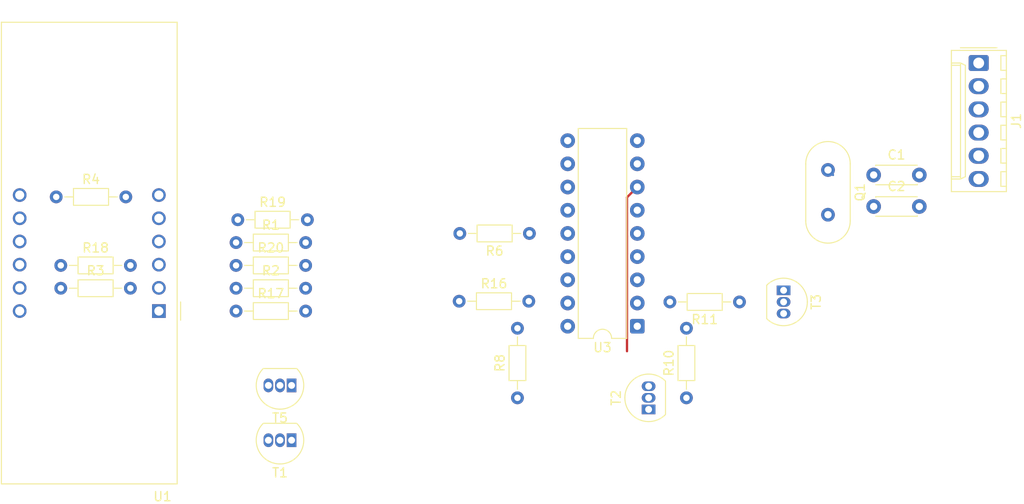
<source format=kicad_pcb>
(kicad_pcb (version 20241229) (generator "pcbnew") (generator_version "9.0")
  (layers (0 "F.Cu" signal) (2 "B.Cu" signal) (13 "F.Paste" user) (15 "B.Paste" user) (5 "F.SilkS" user "F.Silkscreen") (7 "B.SilkS" user "B.Silkscreen") (1 "F.Mask" user) (3 "B.Mask" user) (25 "Edge.Cuts" user))
  (net 0 "")
  (net 1 "Net-(U1-DPX)")
  (net 2 "Net-(T2-C)")
  (net 3 "Net-(U1-a)")
  (net 4 "Net-(T3-C)")
  (net 5 "Net-(U1-g)")
  (net 6 "Net-(U1-c)")
  (net 7 "Net-(U1-b)")
  (net 8 "Net-(U1-d)")
  (net 9 "Net-(U1-f)")
  (net 10 "Net-(T5-C)")
  (net 11 "Net-(T1-C)")
  (net 12 "Net-(U1-e)")
  (net 13 "Net-(U3-RA1)")
  (net 14 "Net-(U3-RB7)")
  (net 15 "Net-(U3-INT{slash}RB0)")
  (net 16 "Net-(U3-RB2)")
  (net 17 "Net-(U3-RA2)")
  (net 18 "Net-(U3-RB4)")
  (net 19 "Net-(U3-RB3)")
  (net 20 "Net-(U3-RA3)")
  (net 21 "GND")
  (net 22 "Net-(U3-OSC1{slash}CLKIN)")
  (net 23 "Net-(U3-RB5)")
  (net 24 "Net-(U3-~{MCLR})")
  (net 25 "VDD")
  (net 26 "Net-(U3-OSC2{slash}CLKOUT)")
  (net 27 "Net-(U3-RA0)")
  (net 28 "Net-(U3-RB6)")
  (net 29 "Net-(U3-RB1)")
  (net 32 "+5V")
  (net 33 "Net-(T1-B)")
  (net 34 "Net-(T2-B)")
  (net 35 "Net-(T3-B)")
  (net 36 "Net-(T5-B)")
  (footprint "Resistor_THT:R_Axial_DIN0204_L3.6mm_D1.6mm_P7.62mm_Horizontal" (layer "F.Cu") (at 133.69 69.5)
    (property "Reference" "R17" (at 3.81 -1.92 0) (layer "F.SilkS"))
    (property "Value" "330")
    (fp_line (start 0.94 0) (end 1.89 0) (stroke (width 0.12)) (layer "F.SilkS"))
    (fp_line (start 6.68 0) (end 5.73 0) (stroke (width 0.12)) (layer "F.SilkS"))
    (fp_rect (start 1.89 -0.92) (end 5.73 0.92) (stroke (width 0.12)) (fill no) (layer "F.SilkS"))
    (pad "1" thru_hole circle (at 0 0) (size 1.4 1.4) (drill 0.7) (layers "*.Cu" "*.Mask") (net 12 "Net-(U1-e)"))
    (pad "2" thru_hole circle (at 7.62 0) (size 1.4 1.4) (drill 0.7) (layers "*.Cu" "*.Mask") (net 18 "Net-(U3-RB4)"))
  )
  (footprint "Resistor_THT:R_Axial_DIN0204_L3.6mm_D1.6mm_P7.62mm_Horizontal" (layer "F.Cu") (at 114.5 64.5)
    (property "Reference" "R18" (at 3.81 -1.92 0) (layer "F.SilkS"))
    (property "Value" "330")
    (fp_line (start 0.94 0) (end 1.89 0) (stroke (width 0.12)) (layer "F.SilkS"))
    (fp_line (start 6.68 0) (end 5.73 0) (stroke (width 0.12)) (layer "F.SilkS"))
    (fp_rect (start 1.89 -0.92) (end 5.73 0.92) (stroke (width 0.12)) (fill no) (layer "F.SilkS"))
    (pad "1" thru_hole circle (at 0 0) (size 1.4 1.4) (drill 0.7) (layers "*.Cu" "*.Mask") (net 9 "Net-(U1-f)"))
    (pad "2" thru_hole circle (at 7.62 0) (size 1.4 1.4) (drill 0.7) (layers "*.Cu" "*.Mask") (net 23 "Net-(U3-RB5)"))
  )
  (footprint "Resistor_THT:R_Axial_DIN0204_L3.6mm_D1.6mm_P7.62mm_Horizontal" (layer "F.Cu") (at 133.69 64.5)
    (property "Reference" "R20" (at 3.81 -1.92 0) (layer "F.SilkS"))
    (property "Value" "330")
    (fp_line (start 0.94 0) (end 1.89 0) (stroke (width 0.12)) (layer "F.SilkS"))
    (fp_line (start 6.68 0) (end 5.73 0) (stroke (width 0.12)) (layer "F.SilkS"))
    (fp_rect (start 1.89 -0.92) (end 5.73 0.92) (stroke (width 0.12)) (fill no) (layer "F.SilkS"))
    (pad "1" thru_hole circle (at 0 0) (size 1.4 1.4) (drill 0.7) (layers "*.Cu" "*.Mask") (net 1 "Net-(U1-DPX)"))
    (pad "2" thru_hole circle (at 7.62 0) (size 1.4 1.4) (drill 0.7) (layers "*.Cu" "*.Mask") (net 14 "Net-(U3-RB7)"))
  )
  (footprint "Resistor_THT:R_Axial_DIN0204_L3.6mm_D1.6mm_P7.62mm_Horizontal" (layer "F.Cu") (at 133.88 59.5)
    (property "Reference" "R19" (at 3.81 -1.92 0) (layer "F.SilkS"))
    (property "Value" "330")
    (fp_line (start 0.94 0) (end 1.89 0) (stroke (width 0.12)) (layer "F.SilkS"))
    (fp_line (start 6.68 0) (end 5.73 0) (stroke (width 0.12)) (layer "F.SilkS"))
    (fp_rect (start 1.89 -0.92) (end 5.73 0.92) (stroke (width 0.12)) (fill no) (layer "F.SilkS"))
    (pad "1" thru_hole circle (at 0 0) (size 1.4 1.4) (drill 0.7) (layers "*.Cu" "*.Mask") (net 5 "Net-(U1-g)"))
    (pad "2" thru_hole circle (at 7.62 0) (size 1.4 1.4) (drill 0.7) (layers "*.Cu" "*.Mask") (net 28 "Net-(U3-RB6)"))
  )
  (footprint "Resistor_THT:R_Axial_DIN0204_L3.6mm_D1.6mm_P7.62mm_Horizontal" (layer "F.Cu") (at 114 57)
    (property "Reference" "R4" (at 3.81 -1.92 0) (layer "F.SilkS"))
    (property "Value" "330")
    (fp_line (start 0.94 0) (end 1.89 0) (stroke (width 0.12)) (layer "F.SilkS"))
    (fp_line (start 6.68 0) (end 5.73 0) (stroke (width 0.12)) (layer "F.SilkS"))
    (fp_rect (start 1.89 -0.92) (end 5.73 0.92) (stroke (width 0.12)) (fill no) (layer "F.SilkS"))
    (pad "1" thru_hole circle (at 0 0) (size 1.4 1.4) (drill 0.7) (layers "*.Cu" "*.Mask") (net 7 "Net-(U1-b)"))
    (pad "2" thru_hole circle (at 7.62 0) (size 1.4 1.4) (drill 0.7) (layers "*.Cu" "*.Mask") (net 29 "Net-(U3-RB1)"))
  )
  (footprint "Resistor_THT:R_Axial_DIN0204_L3.6mm_D1.6mm_P7.62mm_Horizontal" (layer "F.Cu") (at 188.81 68.5 180)
    (property "Reference" "R11" (at 3.81 -1.92 0) (layer "F.SilkS"))
    (property "Value" "1k")
    (fp_line (start 6.68 0) (end 5.73 0) (stroke (width 0.12)) (layer "F.SilkS"))
    (fp_line (start 0.94 0) (end 1.89 0) (stroke (width 0.12)) (layer "F.SilkS"))
    (fp_rect (start 1.89 -0.92) (end 5.73 0.92) (stroke (width 0.12)) (fill no) (layer "F.SilkS"))
    (pad "1" thru_hole circle (at 0 0 180) (size 1.4 1.4) (drill 0.7) (layers "*.Cu" "*.Mask") (net 35 "Net-(T3-B)"))
    (pad "2" thru_hole circle (at 7.62 0 180) (size 1.4 1.4) (drill 0.7) (layers "*.Cu" "*.Mask") (net 20 "Net-(U3-RA3)"))
  )
  (footprint "Resistor_THT:R_Axial_DIN0204_L3.6mm_D1.6mm_P7.62mm_Horizontal" (layer "F.Cu") (at 114.5 67)
    (property "Reference" "R3" (at 3.81 -1.92 0) (layer "F.SilkS"))
    (property "Value" "330")
    (fp_line (start 0.94 0) (end 1.89 0) (stroke (width 0.12)) (layer "F.SilkS"))
    (fp_line (start 6.68 0) (end 5.73 0) (stroke (width 0.12)) (layer "F.SilkS"))
    (fp_rect (start 1.89 -0.92) (end 5.73 0.92) (stroke (width 0.12)) (fill no) (layer "F.SilkS"))
    (pad "1" thru_hole circle (at 0 0) (size 1.4 1.4) (drill 0.7) (layers "*.Cu" "*.Mask") (net 3 "Net-(U1-a)"))
    (pad "2" thru_hole circle (at 7.62 0) (size 1.4 1.4) (drill 0.7) (layers "*.Cu" "*.Mask") (net 15 "Net-(U3-INT{slash}RB0)"))
  )
  (footprint "Resistor_THT:R_Axial_DIN0204_L3.6mm_D1.6mm_P7.62mm_Horizontal" (layer "F.Cu") (at 164.5 79 90)
    (property "Reference" "R8" (at 3.81 -1.92 90) (layer "F.SilkS"))
    (property "Value" "1k")
    (fp_line (start 6.68 0) (end 5.73 0) (stroke (width 0.12)) (layer "F.SilkS"))
    (fp_line (start 0.94 0) (end 1.89 0) (stroke (width 0.12)) (layer "F.SilkS"))
    (fp_rect (start 1.89 -0.92) (end 5.73 0.92) (stroke (width 0.12)) (fill no) (layer "F.SilkS"))
    (pad "1" thru_hole circle (at 0 0 90) (size 1.4 1.4) (drill 0.7) (layers "*.Cu" "*.Mask") (net 33 "Net-(T1-B)"))
    (pad "2" thru_hole circle (at 7.62 0 90) (size 1.4 1.4) (drill 0.7) (layers "*.Cu" "*.Mask") (net 13 "Net-(U3-RA1)"))
  )
  (footprint "Resistor_THT:R_Axial_DIN0204_L3.6mm_D1.6mm_P7.62mm_Horizontal" (layer "F.Cu") (at 165.81 61 180)
    (property "Reference" "R6" (at 3.81 -1.92 0) (layer "F.SilkS"))
    (property "Value" "10k")
    (fp_line (start 6.68 0) (end 5.73 0) (stroke (width 0.12)) (layer "F.SilkS"))
    (fp_line (start 0.94 0) (end 1.89 0) (stroke (width 0.12)) (layer "F.SilkS"))
    (fp_rect (start 1.89 -0.92) (end 5.73 0.92) (stroke (width 0.12)) (fill no) (layer "F.SilkS"))
    (pad "1" thru_hole circle (at 0 0 180) (size 1.4 1.4) (drill 0.7) (layers "*.Cu" "*.Mask") (net 25 "VDD"))
    (pad "2" thru_hole circle (at 7.62 0 180) (size 1.4 1.4) (drill 0.7) (layers "*.Cu" "*.Mask") (net 24 "Net-(U3-~{MCLR})"))
  )
  (footprint "Resistor_THT:R_Axial_DIN0204_L3.6mm_D1.6mm_P7.62mm_Horizontal" (layer "F.Cu") (at 133.69 62)
    (property "Reference" "R1" (at 3.81 -1.92 0) (layer "F.SilkS"))
    (property "Value" "330")
    (fp_line (start 0.94 0) (end 1.89 0) (stroke (width 0.12)) (layer "F.SilkS"))
    (fp_line (start 6.68 0) (end 5.73 0) (stroke (width 0.12)) (layer "F.SilkS"))
    (fp_rect (start 1.89 -0.92) (end 5.73 0.92) (stroke (width 0.12)) (fill no) (layer "F.SilkS"))
    (pad "1" thru_hole circle (at 0 0) (size 1.4 1.4) (drill 0.7) (layers "*.Cu" "*.Mask") (net 6 "Net-(U1-c)"))
    (pad "2" thru_hole circle (at 7.62 0) (size 1.4 1.4) (drill 0.7) (layers "*.Cu" "*.Mask") (net 16 "Net-(U3-RB2)"))
  )
  (footprint "Capacitor_THT:C_Disc_D4.3mm_W1.9mm_P5.00mm" (layer "F.Cu") (at 203.5 58.05)
    (property "Reference" "C2" (at 2.5 -2.2 0) (layer "F.SilkS"))
    (property "Value" "20p")
    (fp_line (start 0.23 -1.07) (end 4.77 -1.07) (stroke (width 0.12)) (layer "F.SilkS"))
    (fp_line (start 0.23 -1.014) (end 0.23 -1.07) (stroke (width 0.12)) (layer "F.SilkS"))
    (fp_line (start 4.77 1.014) (end 4.77 1.07) (stroke (width 0.12)) (layer "F.SilkS"))
    (fp_line (start 4.77 1.07) (end 0.23 1.07) (stroke (width 0.12)) (layer "F.SilkS"))
    (pad "1" thru_hole circle (at 0 0) (size 1.6 1.6) (drill 0.8) (layers "*.Cu" "*.Mask") (net 22 "Net-(U3-OSC1{slash}CLKIN)"))
    (pad "2" thru_hole circle (at 5 0) (size 1.6 1.6) (drill 0.8) (layers "*.Cu" "*.Mask") (net 21 "GND"))
  )
  (footprint "Connector_Molex:Molex_KK-254_AE-6410-06A_1x06_P2.54mm_Vertical" (layer "F.Cu") (at 215 42.34 -90)
    (property "Reference" "J1" (at 6.35 -4.12 90) (layer "F.SilkS"))
    (property "Value" "MTA06-156")
    (fp_line (start -1.38 2.99) (end 14.08 2.99) (stroke (width 0.12)) (layer "F.SilkS"))
    (fp_line (start 0 2.99) (end 0 1.99) (stroke (width 0.12)) (layer "F.SilkS"))
    (fp_line (start 0.25 2.99) (end 0.25 1.99) (stroke (width 0.12)) (layer "F.SilkS"))
    (fp_line (start 12.45 2.99) (end 12.45 1.99) (stroke (width 0.12)) (layer "F.SilkS"))
    (fp_line (start 14.08 2.99) (end 14.08 -3.03) (stroke (width 0.12)) (layer "F.SilkS"))
    (fp_line (start 0 1.99) (end 12.7 1.99) (stroke (width 0.12)) (layer "F.SilkS"))
    (fp_line (start 0 1.99) (end 0.25 1.46) (stroke (width 0.12)) (layer "F.SilkS"))
    (fp_line (start 12.7 1.99) (end 12.7 2.99) (stroke (width 0.12)) (layer "F.SilkS"))
    (fp_line (start 0.25 1.46) (end 12.45 1.46) (stroke (width 0.12)) (layer "F.SilkS"))
    (fp_line (start 12.45 1.46) (end 12.7 1.99) (stroke (width 0.12)) (layer "F.SilkS"))
    (fp_line (start -1.67 -2) (end -1.67 2) (stroke (width 0.12)) (layer "F.SilkS"))
    (fp_line (start -0.8 -2.43) (end 0.8 -2.43) (stroke (width 0.12)) (layer "F.SilkS"))
    (fp_line (start 0.8 -2.43) (end 0.8 -3.03) (stroke (width 0.12)) (layer "F.SilkS"))
    (fp_line (start 1.74 -2.43) (end 3.34 -2.43) (stroke (width 0.12)) (layer "F.SilkS"))
    (fp_line (start 3.34 -2.43) (end 3.34 -3.03) (stroke (width 0.12)) (layer "F.SilkS"))
    (fp_line (start 4.28 -2.43) (end 5.88 -2.43) (stroke (width 0.12)) (layer "F.SilkS"))
    (fp_line (start 5.88 -2.43) (end 5.88 -3.03) (stroke (width 0.12)) (layer "F.SilkS"))
    (fp_line (start 6.82 -2.43) (end 8.42 -2.43) (stroke (width 0.12)) (layer "F.SilkS"))
    (fp_line (start 8.42 -2.43) (end 8.42 -3.03) (stroke (width 0.12)) (layer "F.SilkS"))
    (fp_line (start 9.36 -2.43) (end 10.96 -2.43) (stroke (width 0.12)) (layer "F.SilkS"))
    (fp_line (start 10.96 -2.43) (end 10.96 -3.03) (stroke (width 0.12)) (layer "F.SilkS"))
    (fp_line (start 11.9 -2.43) (end 13.5 -2.43) (stroke (width 0.12)) (layer "F.SilkS"))
    (fp_line (start 13.5 -2.43) (end 13.5 -3.03) (stroke (width 0.12)) (layer "F.SilkS"))
    (fp_line (start -1.38 -3.03) (end -1.38 2.99) (stroke (width 0.12)) (layer "F.SilkS"))
    (fp_line (start -0.8 -3.03) (end -0.8 -2.43) (stroke (width 0.12)) (layer "F.SilkS"))
    (fp_line (start 1.74 -3.03) (end 1.74 -2.43) (stroke (width 0.12)) (layer "F.SilkS"))
    (fp_line (start 4.28 -3.03) (end 4.28 -2.43) (stroke (width 0.12)) (layer "F.SilkS"))
    (fp_line (start 6.82 -3.03) (end 6.82 -2.43) (stroke (width 0.12)) (layer "F.SilkS"))
    (fp_line (start 9.36 -3.03) (end 9.36 -2.43) (stroke (width 0.12)) (layer "F.SilkS"))
    (fp_line (start 11.9 -3.03) (end 11.9 -2.43) (stroke (width 0.12)) (layer "F.SilkS"))
    (fp_line (start 14.08 -3.03) (end -1.38 -3.03) (stroke (width 0.12)) (layer "F.SilkS"))
    (pad "1" thru_hole roundrect (at 0 0 270) (size 1.74 2.19) (drill 1.19) (layers "*.Cu" "*.Mask") (roundrect_rratio 0.143678))
    (pad "2" thru_hole oval (at 2.54 0 270) (size 1.74 2.19) (drill 1.19) (layers "*.Cu" "*.Mask") (net 28 "Net-(U3-RB6)"))
    (pad "3" thru_hole oval (at 5.08 0 270) (size 1.74 2.19) (drill 1.19) (layers "*.Cu" "*.Mask") (net 14 "Net-(U3-RB7)"))
    (pad "4" thru_hole oval (at 7.62 0 270) (size 1.74 2.19) (drill 1.19) (layers "*.Cu" "*.Mask") (net 21 "GND"))
    (pad "5" thru_hole oval (at 10.16 0 270) (size 1.74 2.19) (drill 1.19) (layers "*.Cu" "*.Mask") (net 32 "+5V"))
    (pad "6" thru_hole oval (at 12.7 0 270) (size 1.74 2.19) (drill 1.19) (layers "*.Cu" "*.Mask") (net 24 "Net-(U3-~{MCLR})"))
  )
  (footprint "Package_TO_SOT_THT:TO-92_Inline" (layer "F.Cu") (at 139.77 83.64 180)
    (property "Reference" "T1" (at 1.27 -3.56 0) (layer "F.SilkS"))
    (property "Value" "BC337")
    (fp_line (start -0.53 1.85) (end 3.07 1.85) (stroke (width 0.12)) (layer "F.SilkS"))
    (fp_arc (start 1.27 -2.6) (mid 3.672087 -0.994977) (end 3.108478 1.838478) (stroke (width 0.12)) (layer "F.SilkS"))
    (fp_arc (start -0.568478 1.838478) (mid -1.132087 -0.994977) (end 1.27 -2.6) (stroke (width 0.12)) (layer "F.SilkS"))
    (pad "1" thru_hole rect (at 0 0 180) (size 1.05 1.5) (drill 0.75) (layers "*.Cu" "*.Mask") (net 21 "GND"))
    (pad "2" thru_hole oval (at 1.27 0 180) (size 1.05 1.5) (drill 0.75) (layers "*.Cu" "*.Mask") (net 33 "Net-(T1-B)"))
    (pad "3" thru_hole oval (at 2.54 0 180) (size 1.05 1.5) (drill 0.75) (layers "*.Cu" "*.Mask") (net 11 "Net-(T1-C)"))
  )
  (footprint "Package_DIP:DIP-18_W7.62mm" (layer "F.Cu") (at 177.62 71.16 180)
    (property "Reference" "U3" (at 3.81 -2.33 0) (layer "F.SilkS"))
    (property "Value" "PIC16F84A-XXP")
    (fp_line (start 6.46 21.65) (end 6.46 -1.33) (stroke (width 0.12)) (layer "F.SilkS"))
    (fp_line (start 6.46 -1.33) (end 4.81 -1.33) (stroke (width 0.12)) (layer "F.SilkS"))
    (fp_line (start 2.81 -1.33) (end 1.16 -1.33) (stroke (width 0.12)) (layer "F.SilkS"))
    (fp_line (start 1.16 21.65) (end 6.46 21.65) (stroke (width 0.12)) (layer "F.SilkS"))
    (fp_line (start 1.16 -1.33) (end 1.16 21.65) (stroke (width 0.12)) (layer "F.SilkS"))
    (fp_arc (start 4.81 -1.33) (mid 3.81 -0.33) (end 2.81 -1.33) (stroke (width 0.12)) (layer "F.SilkS"))
    (pad "1" thru_hole roundrect (at 0 0 180) (size 1.6 1.6) (drill 0.8) (layers "*.Cu" "*.Mask") (roundrect_rratio 0.15625) (net 17 "Net-(U3-RA2)"))
    (pad "2" thru_hole circle (at 0 2.54 180) (size 1.6 1.6) (drill 0.8) (layers "*.Cu" "*.Mask") (net 20 "Net-(U3-RA3)"))
    (pad "3" thru_hole circle (at 0 5.08 180) (size 1.6 1.6) (drill 0.8) (layers "*.Cu" "*.Mask"))
    (pad "4" thru_hole circle (at 0 7.62 180) (size 1.6 1.6) (drill 0.8) (layers "*.Cu" "*.Mask") (net 24 "Net-(U3-~{MCLR})"))
    (pad "5" thru_hole circle (at 0 10.16 180) (size 1.6 1.6) (drill 0.8) (layers "*.Cu" "*.Mask") (net 21 "GND"))
    (pad "6" thru_hole circle (at 0 12.7 180) (size 1.6 1.6) (drill 0.8) (layers "*.Cu" "*.Mask") (net 15 "Net-(U3-INT{slash}RB0)"))
    (pad "7" thru_hole circle (at 0 15.24 180) (size 1.6 1.6) (drill 0.8) (layers "*.Cu" "*.Mask") (net 29 "Net-(U3-RB1)"))
    (pad "8" thru_hole circle (at 0 17.78 180) (size 1.6 1.6) (drill 0.8) (layers "*.Cu" "*.Mask") (net 16 "Net-(U3-RB2)"))
    (pad "9" thru_hole circle (at 0 20.32 180) (size 1.6 1.6) (drill 0.8) (layers "*.Cu" "*.Mask") (net 19 "Net-(U3-RB3)"))
    (pad "10" thru_hole circle (at 7.62 20.32 180) (size 1.6 1.6) (drill 0.8) (layers "*.Cu" "*.Mask") (net 18 "Net-(U3-RB4)"))
    (pad "11" thru_hole circle (at 7.62 17.78 180) (size 1.6 1.6) (drill 0.8) (layers "*.Cu" "*.Mask") (net 23 "Net-(U3-RB5)"))
    (pad "12" thru_hole circle (at 7.62 15.24 180) (size 1.6 1.6) (drill 0.8) (layers "*.Cu" "*.Mask") (net 28 "Net-(U3-RB6)"))
    (pad "13" thru_hole circle (at 7.62 12.7 180) (size 1.6 1.6) (drill 0.8) (layers "*.Cu" "*.Mask") (net 14 "Net-(U3-RB7)"))
    (pad "14" thru_hole circle (at 7.62 10.16 180) (size 1.6 1.6) (drill 0.8) (layers "*.Cu" "*.Mask") (net 25 "VDD"))
    (pad "15" thru_hole circle (at 7.62 7.62 180) (size 1.6 1.6) (drill 0.8) (layers "*.Cu" "*.Mask") (net 26 "Net-(U3-OSC2{slash}CLKOUT)"))
    (pad "16" thru_hole circle (at 7.62 5.08 180) (size 1.6 1.6) (drill 0.8) (layers "*.Cu" "*.Mask") (net 22 "Net-(U3-OSC1{slash}CLKIN)"))
    (pad "17" thru_hole circle (at 7.62 2.54 180) (size 1.6 1.6) (drill 0.8) (layers "*.Cu" "*.Mask") (net 27 "Net-(U3-RA0)"))
    (pad "18" thru_hole circle (at 7.62 0 180) (size 1.6 1.6) (drill 0.8) (layers "*.Cu" "*.Mask") (net 13 "Net-(U3-RA1)"))
  )
  (footprint "Package_TO_SOT_THT:TO-92_Inline" (layer "F.Cu") (at 139.77 77.64 180)
    (property "Reference" "T5" (at 1.27 -3.56 0) (layer "F.SilkS"))
    (property "Value" "BC337")
    (fp_line (start -0.53 1.85) (end 3.07 1.85) (stroke (width 0.12)) (layer "F.SilkS"))
    (fp_arc (start 1.27 -2.6) (mid 3.672087 -0.994977) (end 3.108478 1.838478) (stroke (width 0.12)) (layer "F.SilkS"))
    (fp_arc (start -0.568478 1.838478) (mid -1.132087 -0.994977) (end 1.27 -2.6) (stroke (width 0.12)) (layer "F.SilkS"))
    (pad "1" thru_hole rect (at 0 0 180) (size 1.05 1.5) (drill 0.75) (layers "*.Cu" "*.Mask") (net 21 "GND"))
    (pad "2" thru_hole oval (at 1.27 0 180) (size 1.05 1.5) (drill 0.75) (layers "*.Cu" "*.Mask") (net 36 "Net-(T5-B)"))
    (pad "3" thru_hole oval (at 2.54 0 180) (size 1.05 1.5) (drill 0.75) (layers "*.Cu" "*.Mask") (net 10 "Net-(T5-C)"))
  )
  (footprint "Capacitor_THT:C_Disc_D4.3mm_W1.9mm_P5.00mm" (layer "F.Cu") (at 203.5 54.6)
    (property "Reference" "C1" (at 2.5 -2.2 0) (layer "F.SilkS"))
    (property "Value" "20p")
    (fp_line (start 0.23 -1.07) (end 4.77 -1.07) (stroke (width 0.12)) (layer "F.SilkS"))
    (fp_line (start 0.23 -1.014) (end 0.23 -1.07) (stroke (width 0.12)) (layer "F.SilkS"))
    (fp_line (start 4.77 1.014) (end 4.77 1.07) (stroke (width 0.12)) (layer "F.SilkS"))
    (fp_line (start 4.77 1.07) (end 0.23 1.07) (stroke (width 0.12)) (layer "F.SilkS"))
    (pad "1" thru_hole circle (at 0 0) (size 1.6 1.6) (drill 0.8) (layers "*.Cu" "*.Mask") (net 26 "Net-(U3-OSC2{slash}CLKOUT)"))
    (pad "2" thru_hole circle (at 5 0) (size 1.6 1.6) (drill 0.8) (layers "*.Cu" "*.Mask") (net 21 "GND"))
  )
  (footprint "Resistor_THT:R_Axial_DIN0204_L3.6mm_D1.6mm_P7.62mm_Horizontal" (layer "F.Cu") (at 183 79 90)
    (property "Reference" "R10" (at 3.81 -1.92 90) (layer "F.SilkS"))
    (property "Value" "1k")
    (fp_line (start 6.68 0) (end 5.73 0) (stroke (width 0.12)) (layer "F.SilkS"))
    (fp_line (start 0.94 0) (end 1.89 0) (stroke (width 0.12)) (layer "F.SilkS"))
    (fp_rect (start 1.89 -0.92) (end 5.73 0.92) (stroke (width 0.12)) (fill no) (layer "F.SilkS"))
    (pad "1" thru_hole circle (at 0 0 90) (size 1.4 1.4) (drill 0.7) (layers "*.Cu" "*.Mask") (net 34 "Net-(T2-B)"))
    (pad "2" thru_hole circle (at 7.62 0 90) (size 1.4 1.4) (drill 0.7) (layers "*.Cu" "*.Mask") (net 17 "Net-(U3-RA2)"))
  )
  (footprint "Package_TO_SOT_THT:TO-92_Inline" (layer "F.Cu") (at 178.86 80.27 90)
    (property "Reference" "T2" (at 1.27 -3.56 90) (layer "F.SilkS"))
    (property "Value" "BC337")
    (fp_line (start -0.53 1.85) (end 3.07 1.85) (stroke (width 0.12)) (layer "F.SilkS"))
    (fp_arc (start 1.27 -2.6) (mid 3.672087 -0.994977) (end 3.108478 1.838478) (stroke (width 0.12)) (layer "F.SilkS"))
    (fp_arc (start -0.568478 1.838478) (mid -1.132087 -0.994977) (end 1.27 -2.6) (stroke (width 0.12)) (layer "F.SilkS"))
    (pad "1" thru_hole rect (at 0 0 90) (size 1.05 1.5) (drill 0.75) (layers "*.Cu" "*.Mask") (net 21 "GND"))
    (pad "2" thru_hole oval (at 1.27 0 90) (size 1.05 1.5) (drill 0.75) (layers "*.Cu" "*.Mask") (net 34 "Net-(T2-B)"))
    (pad "3" thru_hole oval (at 2.54 0 90) (size 1.05 1.5) (drill 0.75) (layers "*.Cu" "*.Mask") (net 2 "Net-(T2-C)"))
  )
  (footprint "Resistor_THT:R_Axial_DIN0204_L3.6mm_D1.6mm_P7.62mm_Horizontal" (layer "F.Cu") (at 158.12 68.42)
    (property "Reference" "R16" (at 3.81 -1.92 0) (layer "F.SilkS"))
    (property "Value" "1k")
    (fp_line (start 0.94 0) (end 1.89 0) (stroke (width 0.12)) (layer "F.SilkS"))
    (fp_line (start 6.68 0) (end 5.73 0) (stroke (width 0.12)) (layer "F.SilkS"))
    (fp_rect (start 1.89 -0.92) (end 5.73 0.92) (stroke (width 0.12)) (fill no) (layer "F.SilkS"))
    (pad "1" thru_hole circle (at 0 0) (size 1.4 1.4) (drill 0.7) (layers "*.Cu" "*.Mask") (net 36 "Net-(T5-B)"))
    (pad "2" thru_hole circle (at 7.62 0) (size 1.4 1.4) (drill 0.7) (layers "*.Cu" "*.Mask") (net 27 "Net-(U3-RA0)"))
  )
  (footprint "Package_TO_SOT_THT:TO-92_Inline" (layer "F.Cu") (at 193.64 67.23 -90)
    (property "Reference" "T3" (at 1.27 -3.56 90) (layer "F.SilkS"))
    (property "Value" "BC337")
    (fp_line (start -0.53 1.85) (end 3.07 1.85) (stroke (width 0.12)) (layer "F.SilkS"))
    (fp_arc (start -0.568478 1.838478) (mid -1.132087 -0.994977) (end 1.27 -2.6) (stroke (width 0.12)) (layer "F.SilkS"))
    (fp_arc (start 1.27 -2.6) (mid 3.672087 -0.994977) (end 3.108478 1.838478) (stroke (width 0.12)) (layer "F.SilkS"))
    (pad "1" thru_hole rect (at 0 0 270) (size 1.05 1.5) (drill 0.75) (layers "*.Cu" "*.Mask") (net 21 "GND"))
    (pad "2" thru_hole oval (at 1.27 0 270) (size 1.05 1.5) (drill 0.75) (layers "*.Cu" "*.Mask") (net 35 "Net-(T3-B)"))
    (pad "3" thru_hole oval (at 2.54 0 270) (size 1.05 1.5) (drill 0.75) (layers "*.Cu" "*.Mask") (net 4 "Net-(T3-C)"))
  )
  (footprint "Crystal:Crystal_HC18-U_Vertical" (layer "F.Cu") (at 198.5 54.05 -90)
    (property "Reference" "Q1" (at 2.45 -3.52 90) (layer "F.SilkS"))
    (property "Value" "20.0MHz")
    (fp_line (start 5.575 2.435) (end -0.675 2.435) (stroke (width 0.12)) (layer "F.SilkS"))
    (fp_line (start -0.675 -2.435) (end 5.575 -2.435) (stroke (width 0.12)) (layer "F.SilkS"))
    (fp_arc (start -0.675 2.435) (mid -3.11 0) (end -0.675 -2.435) (stroke (width 0.12)) (layer "F.SilkS"))
    (fp_arc (start 5.575 -2.435) (mid 8.01 0) (end 5.575 2.435) (stroke (width 0.12)) (layer "F.SilkS"))
    (pad "1" thru_hole circle (at 0 0 270) (size 1.5 1.5) (drill 0.8) (layers "*.Cu" "*.Mask") (net 26 "Net-(U3-OSC2{slash}CLKOUT)"))
    (pad "2" thru_hole circle (at 4.9 0 270) (size 1.5 1.5) (drill 0.8) (layers "*.Cu" "*.Mask") (net 22 "Net-(U3-OSC1{slash}CLKIN)"))
  )
  (footprint "Resistor_THT:R_Axial_DIN0204_L3.6mm_D1.6mm_P7.62mm_Horizontal" (layer "F.Cu") (at 133.69 67)
    (property "Reference" "R2" (at 3.81 -1.92 0) (layer "F.SilkS"))
    (property "Value" "330")
    (fp_line (start 0.94 0) (end 1.89 0) (stroke (width 0.12)) (layer "F.SilkS"))
    (fp_line (start 6.68 0) (end 5.73 0) (stroke (width 0.12)) (layer "F.SilkS"))
    (fp_rect (start 1.89 -0.92) (end 5.73 0.92) (stroke (width 0.12)) (fill no) (layer "F.SilkS"))
    (pad "1" thru_hole circle (at 0 0) (size 1.4 1.4) (drill 0.7) (layers "*.Cu" "*.Mask") (net 8 "Net-(U1-d)"))
    (pad "2" thru_hole circle (at 7.62 0) (size 1.4 1.4) (drill 0.7) (layers "*.Cu" "*.Mask") (net 19 "Net-(U3-RB3)"))
  )
  (footprint "Display_7Segment:CA56-12EWA" (layer "F.Cu") (at 125.24 69.5 180)
    (property "Reference" "U1" (at -0.4 -20.31 0) (layer "F.SilkS"))
    (property "Value" "CC56-12EWA")
    (fp_line (start 17.24 31.62) (end 17.24 -18.92) (stroke (width 0.12)) (layer "F.SilkS"))
    (fp_line (start -2 31.62) (end 17.24 31.62) (stroke (width 0.12)) (layer "F.SilkS"))
    (fp_line (start -2 -18.92) (end 17.24 -18.92) (stroke (width 0.12)) (layer "F.SilkS"))
    (fp_line (start -2 -18.92) (end -2 31.62) (stroke (width 0.12)) (layer "F.SilkS"))
    (fp_line (start -2.38 -1) (end -2.38 1) (stroke (width 0.12)) (layer "F.SilkS"))
    (pad "1" thru_hole rect (at 0 0 180) (size 1.5 1.5) (drill 1) (layers "*.Cu" "*.Mask") (net 12 "Net-(U1-e)"))
    (pad "2" thru_hole circle (at 0 2.54 180) (size 1.5 1.5) (drill 1) (layers "*.Cu" "*.Mask") (net 8 "Net-(U1-d)"))
    (pad "3" thru_hole circle (at 0 5.08 180) (size 1.5 1.5) (drill 1) (layers "*.Cu" "*.Mask") (net 1 "Net-(U1-DPX)"))
    (pad "4" thru_hole circle (at 0 7.62 180) (size 1.5 1.5) (drill 1) (layers "*.Cu" "*.Mask") (net 6 "Net-(U1-c)"))
    (pad "5" thru_hole circle (at 0 10.16 180) (size 1.5 1.5) (drill 1) (layers "*.Cu" "*.Mask") (net 5 "Net-(U1-g)"))
    (pad "6" thru_hole circle (at 0 12.7 180) (size 1.5 1.5) (drill 1) (layers "*.Cu" "*.Mask") (net 4 "Net-(T3-C)"))
    (pad "7" thru_hole circle (at 15.24 12.7 180) (size 1.5 1.5) (drill 1) (layers "*.Cu" "*.Mask") (net 7 "Net-(U1-b)"))
    (pad "8" thru_hole circle (at 15.24 10.16 180) (size 1.5 1.5) (drill 1) (layers "*.Cu" "*.Mask") (net 2 "Net-(T2-C)"))
    (pad "9" thru_hole circle (at 15.24 7.62 180) (size 1.5 1.5) (drill 1) (layers "*.Cu" "*.Mask") (net 11 "Net-(T1-C)"))
    (pad "10" thru_hole circle (at 15.24 5.08 180) (size 1.5 1.5) (drill 1) (layers "*.Cu" "*.Mask") (net 9 "Net-(U1-f)"))
    (pad "11" thru_hole circle (at 15.24 2.54 180) (size 1.5 1.5) (drill 1) (layers "*.Cu" "*.Mask") (net 3 "Net-(U1-a)"))
    (pad "12" thru_hole circle (at 15.24 0 180) (size 1.5 1.5) (drill 1) (layers "*.Cu" "*.Mask") (net 10 "Net-(T5-C)"))
  )
  (segment (start 198.5 54.05) (end 199.05 54.6) (width 0.25) (layer "B.Cu") (net 26))
  (segment (start 198.5 54.05) (end 198.484 54.034) (width 0.25) (layer "B.Cu") (net 26))
  (segment (start 176.494 73.896) (end 176.494 57.046) (width 0.25) (layer "F.Cu") (net 29))
  (segment (start 176.494 57.046) (end 177.62 55.92) (width 0.25) (layer "F.Cu") (net 29))
)
</source>
